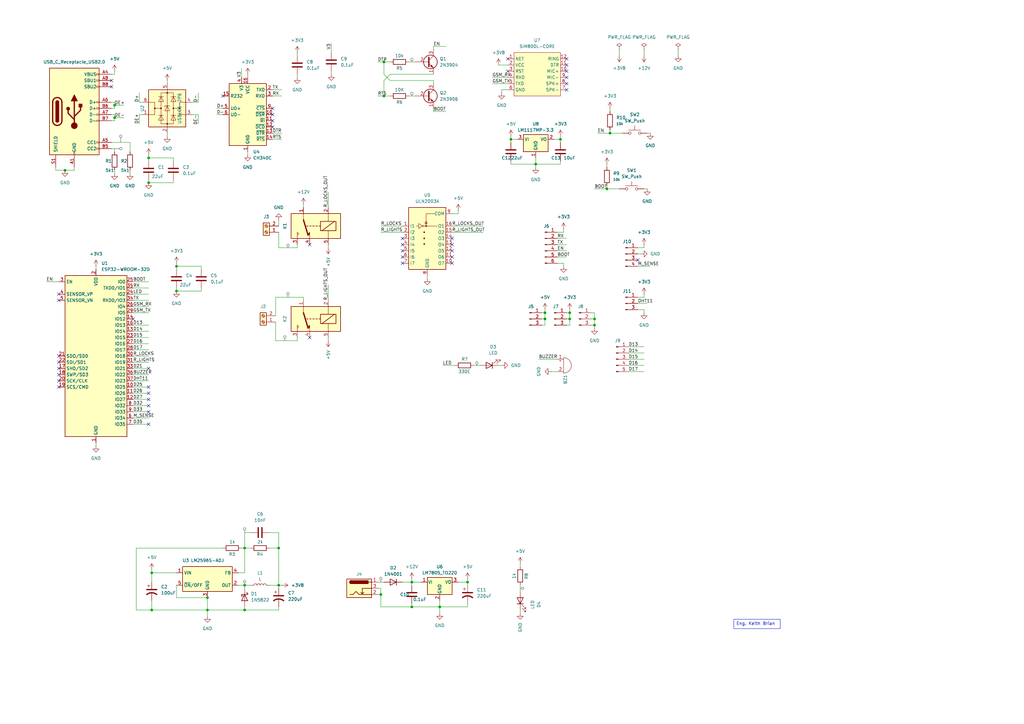
<source format=kicad_sch>
(kicad_sch (version 20230121) (generator eeschema)
  (paper "A3")
  (junction (at 180.34 248.92))
  (junction (at 156.21 243.84))
  (junction (at 85.09 250.19))
  (junction (at 46.99 43.18))
  (junction (at 223.52 130.81))
  (junction (at 100.33 240.03))
  (junction (at 26.67 69.85))
  (junction (at 168.91 248.92))
  (junction (at 157.48 39.37))
  (junction (at 229.87 57.15))
  (junction (at 60.96 64.77))
  (junction (at 250.19 54.61))
  (junction (at 157.48 25.4))
  (junction (at 85.09 245.11))
  (junction (at 100.33 224.79))
  (junction (at 223.52 128.27))
  (junction (at 62.23 234.95))
  (junction (at 72.39 109.22))
  (junction (at 233.68 128.27))
  (junction (at 114.3 240.03))
  (junction (at 168.91 238.76))
  (junction (at 209.55 57.15))
  (junction (at 248.92 77.47))
  (junction (at 114.3 224.79))
  (junction (at 72.39 119.38))
  (junction (at 233.68 130.81))
  (junction (at 219.71 67.31))
  (junction (at 46.99 48.26))
  (junction (at 62.23 250.19))
  (junction (at 60.96 74.93))
  (junction (at 100.33 250.19))
  (junction (at 191.77 238.76))
  (junction (at 243.84 130.81))
  (junction (at 243.84 133.35))
  (no_connect (at 60.96 163.83))
  (no_connect (at 165.1 105.41))
  (no_connect (at 24.13 148.59))
  (no_connect (at 185.42 102.87))
  (no_connect (at 60.96 173.99))
  (no_connect (at 24.13 146.05))
  (no_connect (at 111.76 44.45))
  (no_connect (at 111.76 46.99))
  (no_connect (at 60.96 161.29))
  (no_connect (at 208.28 24.13))
  (no_connect (at 165.1 102.87))
  (no_connect (at 45.72 35.56))
  (no_connect (at 111.76 49.53))
  (no_connect (at 232.41 34.29))
  (no_connect (at 185.42 105.41))
  (no_connect (at 127 138.43))
  (no_connect (at 232.41 36.83))
  (no_connect (at 185.42 97.79))
  (no_connect (at 111.76 52.07))
  (no_connect (at 24.13 156.21))
  (no_connect (at 60.96 166.37))
  (no_connect (at 127 100.33))
  (no_connect (at 24.13 158.75))
  (no_connect (at 60.96 168.91))
  (no_connect (at 165.1 107.95))
  (no_connect (at 45.72 33.02))
  (no_connect (at 24.13 151.13))
  (no_connect (at 232.41 26.67))
  (no_connect (at 24.13 123.19))
  (no_connect (at 24.13 153.67))
  (no_connect (at 24.13 120.65))
  (no_connect (at 60.96 158.75))
  (no_connect (at 232.41 24.13))
  (no_connect (at 54.61 130.81))
  (no_connect (at 185.42 107.95))
  (no_connect (at 232.41 31.75))
  (no_connect (at 91.44 39.37))
  (no_connect (at 185.42 100.33))
  (no_connect (at 60.96 151.13))
  (no_connect (at 165.1 100.33))
  (no_connect (at 165.1 97.79))
  (no_connect (at 232.41 29.21))
  (no_connect (at 261.62 106.68))
  (no_connect (at 208.28 29.21))
  (wire (pts (xy 204.47 149.86) (xy 205.74 149.86)))
  (wire (pts (xy 231.14 93.98) (xy 231.14 95.25)))
  (wire (pts (xy 72.39 118.11) (xy 72.39 119.38)))
  (wire (pts (xy 100.33 224.79) (xy 100.33 234.95)))
  (wire (pts (xy 181.61 149.86) (xy 186.69 149.86)))
  (wire (pts (xy 81.28 41.91) (xy 81.28 38.1)))
  (wire (pts (xy 72.39 107.95) (xy 72.39 109.22)))
  (wire (pts (xy 185.42 92.71) (xy 198.12 92.71)))
  (wire (pts (xy 54.61 140.97) (xy 60.96 140.97)))
  (wire (pts (xy 219.71 67.31) (xy 229.87 67.31)))
  (wire (pts (xy 231.14 107.95) (xy 231.14 109.22)))
  (wire (pts (xy 72.39 245.11) (xy 85.09 245.11)))
  (wire (pts (xy 222.25 133.35) (xy 223.52 133.35)))
  (wire (pts (xy 39.37 109.22) (xy 39.37 110.49)))
  (wire (pts (xy 194.31 149.86) (xy 196.85 149.86)))
  (wire (pts (xy 232.41 128.27) (xy 233.68 128.27)))
  (wire (pts (xy 121.92 100.33) (xy 121.92 101.6)))
  (wire (pts (xy 209.55 66.04) (xy 209.55 67.31)))
  (wire (pts (xy 177.8 45.72) (xy 182.88 45.72)))
  (wire (pts (xy 232.41 133.35) (xy 233.68 133.35)))
  (wire (pts (xy 156.21 95.25) (xy 165.1 95.25)))
  (wire (pts (xy 205.74 38.1) (xy 205.74 36.83)))
  (wire (pts (xy 201.93 31.75) (xy 208.28 31.75)))
  (wire (pts (xy 45.72 46.99) (xy 46.99 46.99)))
  (wire (pts (xy 102.87 218.44) (xy 100.33 218.44)))
  (wire (pts (xy 22.86 69.85) (xy 26.67 69.85)))
  (wire (pts (xy 191.77 237.49) (xy 191.77 238.76)))
  (wire (pts (xy 54.61 158.75) (xy 60.96 158.75)))
  (wire (pts (xy 88.9 44.45) (xy 91.44 44.45)))
  (wire (pts (xy 46.99 48.26) (xy 50.8 48.26)))
  (wire (pts (xy 201.93 34.29) (xy 208.28 34.29)))
  (wire (pts (xy 54.61 143.51) (xy 60.96 143.51)))
  (wire (pts (xy 45.72 44.45) (xy 46.99 44.45)))
  (wire (pts (xy 114.3 240.03) (xy 114.3 241.3)))
  (wire (pts (xy 19.05 115.57) (xy 24.13 115.57)))
  (wire (pts (xy 54.61 151.13) (xy 60.96 151.13)))
  (wire (pts (xy 180.34 248.92) (xy 180.34 251.46)))
  (wire (pts (xy 45.72 30.48) (xy 46.99 30.48)))
  (wire (pts (xy 46.99 29.21) (xy 46.99 30.48)))
  (wire (pts (xy 160.02 30.48) (xy 157.48 33.02)))
  (wire (pts (xy 243.84 77.47) (xy 248.92 77.47)))
  (wire (pts (xy 45.72 49.53) (xy 46.99 49.53)))
  (wire (pts (xy 72.39 240.03) (xy 72.39 245.11)))
  (wire (pts (xy 168.91 247.65) (xy 168.91 248.92)))
  (wire (pts (xy 53.34 58.42) (xy 53.34 62.23)))
  (wire (pts (xy 99.06 224.79) (xy 100.33 224.79)))
  (wire (pts (xy 227.33 57.15) (xy 229.87 57.15)))
  (wire (pts (xy 82.55 109.22) (xy 82.55 110.49)))
  (wire (pts (xy 97.79 234.95) (xy 100.33 234.95)))
  (wire (pts (xy 99.06 27.94) (xy 99.06 31.75)))
  (wire (pts (xy 71.12 64.77) (xy 71.12 66.04)))
  (wire (pts (xy 62.23 246.38) (xy 62.23 250.19)))
  (wire (pts (xy 85.09 245.11) (xy 85.09 250.19)))
  (wire (pts (xy 165.1 238.76) (xy 168.91 238.76)))
  (wire (pts (xy 54.61 120.65) (xy 60.96 120.65)))
  (wire (pts (xy 54.61 153.67) (xy 60.96 153.67)))
  (wire (pts (xy 232.41 130.81) (xy 233.68 130.81)))
  (wire (pts (xy 228.6 95.25) (xy 231.14 95.25)))
  (wire (pts (xy 228.6 152.4) (xy 226.06 152.4)))
  (wire (pts (xy 82.55 118.11) (xy 82.55 119.38)))
  (wire (pts (xy 213.36 250.19) (xy 213.36 251.46)))
  (wire (pts (xy 100.33 218.44) (xy 100.33 224.79)))
  (wire (pts (xy 187.96 86.36) (xy 187.96 87.63)))
  (wire (pts (xy 88.9 46.99) (xy 91.44 46.99)))
  (wire (pts (xy 228.6 102.87) (xy 232.41 102.87)))
  (wire (pts (xy 229.87 55.88) (xy 229.87 57.15)))
  (wire (pts (xy 229.87 66.04) (xy 229.87 67.31)))
  (wire (pts (xy 250.19 54.61) (xy 255.27 54.61)))
  (wire (pts (xy 134.62 139.7) (xy 134.62 138.43)))
  (wire (pts (xy 57.15 41.91) (xy 57.15 38.1)))
  (wire (pts (xy 68.58 33.02) (xy 68.58 34.29)))
  (wire (pts (xy 22.86 68.58) (xy 22.86 69.85)))
  (wire (pts (xy 135.89 29.21) (xy 135.89 30.48)))
  (wire (pts (xy 242.57 128.27) (xy 243.84 128.27)))
  (wire (pts (xy 114.3 218.44) (xy 114.3 224.79)))
  (wire (pts (xy 242.57 130.81) (xy 243.84 130.81)))
  (wire (pts (xy 168.91 238.76) (xy 168.91 240.03)))
  (wire (pts (xy 62.23 234.95) (xy 72.39 234.95)))
  (wire (pts (xy 60.96 64.77) (xy 71.12 64.77)))
  (wire (pts (xy 46.99 69.85) (xy 46.99 71.12)))
  (wire (pts (xy 222.25 130.81) (xy 223.52 130.81)))
  (wire (pts (xy 191.77 247.65) (xy 191.77 248.92)))
  (wire (pts (xy 156.21 92.71) (xy 165.1 92.71)))
  (wire (pts (xy 245.11 54.61) (xy 250.19 54.61)))
  (wire (pts (xy 187.96 238.76) (xy 191.77 238.76)))
  (wire (pts (xy 78.74 41.91) (xy 81.28 41.91)))
  (wire (pts (xy 157.48 25.4) (xy 160.02 25.4)))
  (wire (pts (xy 261.62 127) (xy 264.16 127)))
  (wire (pts (xy 264.16 77.47) (xy 265.43 77.47)))
  (wire (pts (xy 54.61 133.35) (xy 60.96 133.35)))
  (wire (pts (xy 100.33 224.79) (xy 102.87 224.79)))
  (wire (pts (xy 110.49 218.44) (xy 114.3 218.44)))
  (wire (pts (xy 154.94 241.3) (xy 156.21 241.3)))
  (wire (pts (xy 46.99 60.96) (xy 46.99 62.23)))
  (wire (pts (xy 154.94 25.4) (xy 157.48 25.4)))
  (wire (pts (xy 157.48 39.37) (xy 160.02 39.37)))
  (wire (pts (xy 243.84 133.35) (xy 243.84 134.62)))
  (wire (pts (xy 54.61 156.21) (xy 60.96 156.21)))
  (wire (pts (xy 180.34 246.38) (xy 180.34 248.92)))
  (wire (pts (xy 154.94 243.84) (xy 156.21 243.84)))
  (wire (pts (xy 175.26 113.03) (xy 175.26 114.3)))
  (wire (pts (xy 81.28 50.8) (xy 81.28 46.99)))
  (wire (pts (xy 222.25 128.27) (xy 223.52 128.27)))
  (wire (pts (xy 111.76 54.61) (xy 115.57 54.61)))
  (wire (pts (xy 114.3 240.03) (xy 115.57 240.03)))
  (wire (pts (xy 54.61 168.91) (xy 60.96 168.91)))
  (wire (pts (xy 60.96 63.5) (xy 60.96 64.77)))
  (wire (pts (xy 209.55 67.31) (xy 219.71 67.31)))
  (wire (pts (xy 114.3 248.92) (xy 114.3 250.19)))
  (wire (pts (xy 257.81 147.32) (xy 264.16 147.32)))
  (wire (pts (xy 114.3 250.19) (xy 100.33 250.19)))
  (wire (pts (xy 157.48 33.02) (xy 157.48 39.37)))
  (wire (pts (xy 264.16 120.65) (xy 264.16 121.92)))
  (wire (pts (xy 233.68 128.27) (xy 233.68 130.81)))
  (wire (pts (xy 113.03 139.7) (xy 121.92 139.7)))
  (wire (pts (xy 223.52 130.81) (xy 223.52 133.35)))
  (wire (pts (xy 243.84 128.27) (xy 243.84 130.81)))
  (wire (pts (xy 228.6 105.41) (xy 232.41 105.41)))
  (wire (pts (xy 213.36 231.14) (xy 213.36 232.41)))
  (wire (pts (xy 261.62 104.14) (xy 262.89 104.14)))
  (wire (pts (xy 85.09 250.19) (xy 100.33 250.19)))
  (wire (pts (xy 97.79 240.03) (xy 100.33 240.03)))
  (wire (pts (xy 100.33 240.03) (xy 100.33 241.3)))
  (wire (pts (xy 134.62 78.74) (xy 134.62 85.09)))
  (wire (pts (xy 261.62 124.46) (xy 265.43 124.46)))
  (wire (pts (xy 257.81 152.4) (xy 264.16 152.4)))
  (wire (pts (xy 228.6 97.79) (xy 232.41 97.79)))
  (wire (pts (xy 71.12 73.66) (xy 71.12 74.93)))
  (wire (pts (xy 114.3 90.17) (xy 114.3 92.71)))
  (wire (pts (xy 101.6 30.48) (xy 101.6 31.75)))
  (wire (pts (xy 177.8 33.02) (xy 177.8 34.29)))
  (wire (pts (xy 257.81 149.86) (xy 264.16 149.86)))
  (wire (pts (xy 167.64 25.4) (xy 170.18 25.4)))
  (wire (pts (xy 168.91 248.92) (xy 180.34 248.92)))
  (wire (pts (xy 54.61 138.43) (xy 60.96 138.43)))
  (wire (pts (xy 177.8 19.05) (xy 177.8 20.32)))
  (wire (pts (xy 250.19 44.45) (xy 250.19 45.72)))
  (wire (pts (xy 228.6 100.33) (xy 232.41 100.33)))
  (wire (pts (xy 46.99 48.26) (xy 46.99 49.53)))
  (wire (pts (xy 257.81 142.24) (xy 264.16 142.24)))
  (wire (pts (xy 233.68 133.35) (xy 233.68 130.81)))
  (wire (pts (xy 134.62 101.6) (xy 134.62 100.33)))
  (wire (pts (xy 180.34 248.92) (xy 191.77 248.92)))
  (wire (pts (xy 185.42 87.63) (xy 187.96 87.63)))
  (wire (pts (xy 114.3 224.79) (xy 114.3 240.03)))
  (wire (pts (xy 54.61 171.45) (xy 60.96 171.45)))
  (wire (pts (xy 54.61 123.19) (xy 60.96 123.19)))
  (wire (pts (xy 114.3 95.25) (xy 114.3 101.6)))
  (wire (pts (xy 233.68 127) (xy 233.68 128.27)))
  (wire (pts (xy 261.62 109.22) (xy 266.7 109.22)))
  (wire (pts (xy 58.42 46.99) (xy 57.15 46.99)))
  (wire (pts (xy 91.44 224.79) (xy 55.88 224.79)))
  (wire (pts (xy 219.71 67.31) (xy 219.71 64.77)))
  (wire (pts (xy 219.71 67.31) (xy 219.71 68.58)))
  (wire (pts (xy 54.61 173.99) (xy 60.96 173.99)))
  (wire (pts (xy 78.74 46.99) (xy 81.28 46.99)))
  (wire (pts (xy 60.96 73.66) (xy 60.96 74.93)))
  (wire (pts (xy 30.48 68.58) (xy 30.48 69.85)))
  (wire (pts (xy 72.39 109.22) (xy 72.39 110.49)))
  (wire (pts (xy 62.23 250.19) (xy 85.09 250.19)))
  (wire (pts (xy 121.92 30.48) (xy 121.92 31.75)))
  (wire (pts (xy 212.09 57.15) (xy 209.55 57.15)))
  (wire (pts (xy 134.62 116.84) (xy 134.62 123.19)))
  (wire (pts (xy 261.62 101.6) (xy 264.16 101.6)))
  (wire (pts (xy 110.49 224.79) (xy 114.3 224.79)))
  (wire (pts (xy 248.92 76.2) (xy 248.92 77.47)))
  (wire (pts (xy 191.77 238.76) (xy 191.77 240.03)))
  (wire (pts (xy 100.33 240.03) (xy 102.87 240.03)))
  (wire (pts (xy 254 20.32) (xy 254 22.86)))
  (wire (pts (xy 111.76 57.15) (xy 115.57 57.15)))
  (wire (pts (xy 121.92 21.59) (xy 121.92 22.86)))
  (wire (pts (xy 45.72 60.96) (xy 46.99 60.96)))
  (wire (pts (xy 85.09 250.19) (xy 85.09 252.73)))
  (wire (pts (xy 46.99 43.18) (xy 50.8 43.18)))
  (wire (pts (xy 54.61 125.73) (xy 60.96 125.73)))
  (wire (pts (xy 177.8 44.45) (xy 177.8 45.72)))
  (wire (pts (xy 101.6 62.23) (xy 101.6 63.5)))
  (wire (pts (xy 57.15 50.8) (xy 57.15 46.99)))
  (wire (pts (xy 111.76 36.83) (xy 115.57 36.83)))
  (wire (pts (xy 213.36 240.03) (xy 213.36 242.57)))
  (wire (pts (xy 250.19 53.34) (xy 250.19 54.61)))
  (wire (pts (xy 110.49 240.03) (xy 114.3 240.03)))
  (wire (pts (xy 58.42 41.91) (xy 57.15 41.91)))
  (wire (pts (xy 167.64 39.37) (xy 170.18 39.37)))
  (wire (pts (xy 46.99 43.18) (xy 46.99 44.45)))
  (wire (pts (xy 60.96 64.77) (xy 60.96 66.04)))
  (wire (pts (xy 223.52 128.27) (xy 223.52 130.81)))
  (wire (pts (xy 54.61 128.27) (xy 60.96 128.27)))
  (wire (pts (xy 54.61 118.11) (xy 60.96 118.11)))
  (wire (pts (xy 111.76 39.37) (xy 115.57 39.37)))
  (wire (pts (xy 160.02 33.02) (xy 157.48 30.48)))
  (wire (pts (xy 45.72 58.42) (xy 53.34 58.42)))
  (wire (pts (xy 113.03 132.08) (xy 113.03 139.7)))
  (wire (pts (xy 113.03 121.92) (xy 124.46 121.92)))
  (wire (pts (xy 278.13 20.32) (xy 278.13 22.86)))
  (wire (pts (xy 135.89 17.78) (xy 135.89 21.59)))
  (wire (pts (xy 124.46 83.82) (xy 124.46 85.09)))
  (wire (pts (xy 168.91 238.76) (xy 172.72 238.76)))
  (wire (pts (xy 154.94 238.76) (xy 157.48 238.76)))
  (wire (pts (xy 54.61 146.05) (xy 60.96 146.05)))
  (wire (pts (xy 157.48 25.4) (xy 157.48 30.48)))
  (wire (pts (xy 54.61 135.89) (xy 60.96 135.89)))
  (wire (pts (xy 114.3 101.6) (xy 121.92 101.6)))
  (wire (pts (xy 168.91 248.92) (xy 156.21 248.92)))
  (wire (pts (xy 46.99 46.99) (xy 46.99 48.26)))
  (wire (pts (xy 205.74 36.83) (xy 208.28 36.83)))
  (wire (pts (xy 223.52 127) (xy 223.52 128.27)))
  (wire (pts (xy 62.23 233.68) (xy 62.23 234.95)))
  (wire (pts (xy 72.39 109.22) (xy 82.55 109.22)))
  (wire (pts (xy 72.39 119.38) (xy 82.55 119.38)))
  (wire (pts (xy 228.6 147.32) (xy 220.98 147.32)))
  (wire (pts (xy 265.43 54.61) (xy 266.7 54.61)))
  (wire (pts (xy 204.47 26.67) (xy 208.28 26.67)))
  (wire (pts (xy 209.55 57.15) (xy 209.55 58.42)))
  (wire (pts (xy 55.88 250.19) (xy 62.23 250.19)))
  (wire (pts (xy 55.88 224.79) (xy 55.88 250.19)))
  (wire (pts (xy 168.91 237.49) (xy 168.91 238.76)))
  (wire (pts (xy 54.61 163.83) (xy 60.96 163.83)))
  (wire (pts (xy 248.92 67.31) (xy 248.92 68.58)))
  (wire (pts (xy 177.8 33.02) (xy 160.02 33.02)))
  (wire (pts (xy 257.81 144.78) (xy 264.16 144.78)))
  (wire (pts (xy 209.55 55.88) (xy 209.55 57.15)))
  (wire (pts (xy 62.23 238.76) (xy 62.23 234.95)))
  (wire (pts (xy 177.8 30.48) (xy 160.02 30.48)))
  (wire (pts (xy 154.94 39.37) (xy 157.48 39.37)))
  (wire (pts (xy 54.61 115.57) (xy 60.96 115.57)))
  (wire (pts (xy 54.61 161.29) (xy 60.96 161.29)))
  (wire (pts (xy 53.34 69.85) (xy 53.34 71.12)))
  (wire (pts (xy 100.33 250.19) (xy 100.33 248.92)))
  (wire (pts (xy 156.21 241.3) (xy 156.21 243.84)))
  (wire (pts (xy 229.87 57.15) (xy 229.87 58.42)))
  (wire (pts (xy 264.16 100.33) (xy 264.16 101.6)))
  (wire (pts (xy 242.57 133.35) (xy 243.84 133.35)))
  (wire (pts (xy 121.92 139.7) (xy 121.92 138.43)))
  (wire (pts (xy 185.42 95.25) (xy 198.12 95.25)))
  (wire (pts (xy 113.03 129.54) (xy 113.03 121.92)))
  (wire (pts (xy 60.96 74.93) (xy 71.12 74.93)))
  (wire (pts (xy 68.58 54.61) (xy 68.58 55.88)))
  (wire (pts (xy 177.8 19.05) (xy 182.88 19.05)))
  (wire (pts (xy 156.21 248.92) (xy 156.21 243.84)))
  (wire (pts (xy 248.92 77.47) (xy 254 77.47)))
  (wire (pts (xy 46.99 41.91) (xy 46.99 43.18)))
  (wire (pts (xy 39.37 181.61) (xy 39.37 182.88)))
  (wire (pts (xy 54.61 148.59) (xy 60.96 148.59)))
  (wire (pts (xy 264.16 127) (xy 264.16 128.27)))
  (wire (pts (xy 54.61 166.37) (xy 60.96 166.37)))
  (wire (pts (xy 45.72 41.91) (xy 46.99 41.91)))
  (wire (pts (xy 243.84 130.81) (xy 243.84 133.35)))
  (wire (pts (xy 264.16 20.32) (xy 264.16 22.86)))
  (wire (pts (xy 261.62 121.92) (xy 264.16 121.92)))
  (wire (pts (xy 228.6 107.95) (xy 231.14 107.95)))
  (wire (pts (xy 30.48 69.85) (xy 26.67 69.85)))
  (wire (pts (xy 124.46 121.92) (xy 124.46 123.19)))
  (text_box "Eng. Keith Brian\n" (at 300.99 254 0) (size 19.05 3.81) (effects (font (size 1.27 1.27)) (justify left top)))
  (label "DE-" (at 81.28 46.99 270))
  (label "DE+" (at 57.15 50.8 90))
  (label "M_SENSE" (at 261.62 109.22 0))
  (label "DHT11" (at 261.62 124.46 0))
  (label "D-" (at 88.9 46.99 0))
  (label "R_LIGHTS_OUT" (at 185.42 95.25 0))
  (label "D14" (at 54.61 135.89 0))
  (label "R_LOCKS" (at 54.61 146.05 0))
  (label "D33" (at 54.61 168.91 0))
  (label "DE-" (at 46.99 48.26 0))
  (label "TX" (at 228.6 100.33 0))
  (label "DE+" (at 46.99 43.18 0))
  (label "GSM_TX" (at 201.93 34.29 0))
  (label "TX" (at 54.61 123.19 0))
  (label "GSM_RX" (at 201.93 31.75 0))
  (label "D-" (at 81.28 41.91 90))
  (label "TX" (at 111.76 36.83 0))
  (label "BUZZER" (at 54.61 153.67 0))
  (label "R_LIGHTS" (at 156.21 95.25 0))
  (label "D21" (at 54.61 151.13 0))
  (label "M_SENSE" (at 54.61 171.45 0))
  (label "RTS" (at 111.76 57.15 0))
  (label "D26" (at 54.61 161.29 0))
  (label "D35" (at 54.61 173.99 0))
  (label "D16" (at 257.81 149.86 0))
  (label "BOOT" (at 228.6 105.41 0))
  (label "GSM_TX" (at 54.61 128.27 0))
  (label "LED" (at 181.61 149.86 0))
  (label "D13" (at 257.81 142.24 0))
  (label "EN" (at 228.6 102.87 0))
  (label "D14" (at 257.81 144.78 0))
  (label "BOOT" (at 177.8 45.72 0))
  (label "EN" (at 177.8 19.05 0))
  (label "DTR" (at 111.76 54.61 0))
  (label "D15" (at 257.81 147.32 0))
  (label "BOOT" (at 54.61 115.57 0))
  (label "GSM_RX" (at 54.61 125.73 0))
  (label "R_LIGHTS" (at 54.61 148.59 0))
  (label "D17" (at 257.81 152.4 0))
  (label "D17" (at 54.61 143.51 0))
  (label "V3" (at 99.06 31.75 90))
  (label "EN" (at 19.05 115.57 0))
  (label "DHT11" (at 54.61 156.21 0))
  (label "D+" (at 88.9 44.45 0))
  (label "R_LOCKS_OUT" (at 134.62 85.09 90))
  (label "D16" (at 54.61 140.97 0))
  (label "D27" (at 54.61 163.83 0))
  (label "LED" (at 54.61 120.65 0))
  (label "DTR" (at 154.94 25.4 0))
  (label "RX" (at 54.61 118.11 0))
  (label "RTS" (at 154.94 39.37 0))
  (label "RX" (at 228.6 97.79 0))
  (label "RX" (at 111.76 39.37 0))
  (label "D13" (at 54.61 133.35 0))
  (label "EN" (at 245.11 54.61 0))
  (label "BOOT" (at 243.84 77.47 0))
  (label "V3" (at 135.89 20.32 90))
  (label "D15" (at 54.61 138.43 0))
  (label "D25" (at 54.61 158.75 0))
  (label "D+" (at 57.15 41.91 90))
  (label "R_LOCKS" (at 156.21 92.71 0))
  (label "R_LIGHTS_OUT" (at 134.62 123.19 90))
  (label "D32" (at 54.61 166.37 0))
  (label "BUZZER" (at 220.98 147.32 0))
  (label "R_LOCKS_OUT" (at 185.42 92.71 0))
  (netclass_flag "" (length 1) (shape round) (at 213.36 241.3 270) (property "Netclass" "signal" (effects hide)))
  (netclass_flag "" (length 1.5) (shape round) (at 156.21 238.76 0) (property "Netclass" "power" (effects hide)))
  (netclass_flag "" (length 1.5) (shape round) (at 116.84 139.7 0) (property "Netclass" "power" (effects hide)))
  (netclass_flag "" (length 2.54) (shape round) (at 49.53 58.42 0) (property "Netclass" "signal" (effects hide)))
  (netclass_flag "" (length 1) (shape round) (at 168.91 25.4 0) (property "Netclass" "signal" (effects hide)))
  (netclass_flag "" (length 2.54) (shape round) (at 46.99 60.96 270) (property "Netclass" "signal" (effects hide)))
  (netclass_flag "" (length 1.5) (shape round) (at 100.33 240.03 0) (property "Netclass" "power" (effects hide)))
  (netclass_flag "" (length 1) (shape round) (at 168.91 39.37 0) (property "Netclass" "signal" (effects hide)))
  (netclass_flag "" (length 1.5) (shape round) (at 100.33 218.44 0) (property "Netclass" "power" (effects hide)))
  (netclass_flag "" (length 1.5) (shape round) (at 118.11 121.92 0) (property "Netclass" "power" (effects hide)))
  (netclass_flag "" (length 1) (shape round) (at 118.11 101.6 0) (property "Netclass" "signal" (effects hide)))
  (netclass_flag "" (length 1) (shape round) (at 195.58 149.86 0) (property "Netclass" "signal" (effects hide)))
  (symbol (lib_id "power:+5V") (at 191.77 237.49 0) (unit 1)
    (property "Reference" "#PWR029" (effects hide))
    (property "Value" "+5V" (at 191.77 232.41 0))
  )
  (symbol (lib_id "power:+5V") (at 68.58 33.02 0) (unit 1)
    (property "Reference" "#PWR010" (effects hide))
    (property "Value" "+5V" (at 68.58 27.94 0))
  )
  (symbol (lib_id "power:+3V8") (at 204.47 26.67 0) (unit 1)
    (property "Reference" "#PWR030" (effects hide))
    (property "Value" "+3V8" (at 204.47 21.59 0))
  )
  (symbol (lib_id "Device:C") (at 209.55 62.23 0) (unit 1)
    (property "Reference" "C12" (at 205.74 64.77 0) (effects (justify left)))
    (property "Value" "22uF" (at 209.55 64.77 0) (effects (justify left)))
    (property "Footprint" "Capacitor_SMD:C_0805_2012Metric_Pad1.18x1.45mm_HandSolder" (effects hide))
  )
  (symbol (lib_id "power:GND") (at 180.34 251.46 0) (unit 1)
    (property "Reference" "#PWR027" (effects hide))
    (property "Value" "GND" (at 180.34 256.54 0))
  )
  (symbol (lib_id "Transistor_BJT:2N3904") (at 175.26 25.4 0) (unit 1)
    (property "Reference" "Q1" (at 180.34 24.13 0) (effects (justify left)))
    (property "Value" "2N3904" (at 180.34 26.67 0) (effects (justify left)))
    (property "Footprint" "Package_TO_SOT_SMD:SOT-23" (effects hide))
    (property "Datasheet" "https://www.onsemi.com/pub/Collateral/2N3903-D.PDF" (effects hide))
  )
  (symbol (lib_id "power:PWR_FLAG") (at 278.13 20.32 0) (unit 1)
    (property "Reference" "#FLG03" (effects hide))
    (property "Value" "PWR_FLAG" (at 278.13 15.24 0))
  )
  (symbol (lib_id "power:+3V8") (at 254 22.86 180) (unit 1)
    (property "Reference" "#PWR046" (effects hide))
    (property "Value" "+3V8" (at 254 27.94 0))
  )
  (symbol (lib_id "power:GND") (at 213.36 251.46 0) (unit 1)
    (property "Reference" "#PWR035" (effects hide))
    (property "Value" "GND" (at 213.36 255.27 90) (effects (justify right)))
  )
  (symbol (lib_id "Connector:USB_C_Receptacle_USB2.0") (at 30.48 45.72 0) (unit 1)
    (property "Reference" "J1" (effects hide))
    (property "Value" "USB_C_Receptacle_USB2.0" (at 30.48 25.4 0))
    (property "Footprint" "Connector_USB:USB_C_Receptacle_GCT_USB4105-xx-A_16P_TopMnt_Horizontal" (effects hide))
    (property "Datasheet" "https://www.usb.org/sites/default/files/documents/usb_type-c.zip" (effects hide))
  )
  (symbol (lib_id "Device:R") (at 213.36 236.22 180) (unit 1)
    (property "Reference" "R8" (at 215.9 234.95 90) (effects (justify left)))
    (property "Value" "1k" (at 210.82 234.95 90) (effects (justify left)))
    (property "Footprint" "Resistor_SMD:R_0805_2012Metric_Pad1.20x1.40mm_HandSolder" (effects hide))
  )
  (symbol (lib_id "power:+3V3") (at 121.92 21.59 0) (unit 1)
    (property "Reference" "#PWR019" (effects hide))
    (property "Value" "+3V3" (at 121.92 16.51 0))
  )
  (symbol (lib_id "power:GND") (at 39.37 182.88 0) (unit 1)
    (property "Reference" "#PWR03" (effects hide))
    (property "Value" "GND" (at 39.37 187.96 0))
  )
  (symbol (lib_id "power:GND") (at 205.74 149.86 90) (unit 1)
    (property "Reference" "#PWR032" (effects hide))
    (property "Value" "GND" (at 209.55 149.86 90) (effects (justify right)))
  )
  (symbol (lib_id "power:GND") (at 278.13 22.86 0) (unit 1)
    (property "Reference" "#PWR054" (effects hide))
    (property "Value" "GND" (at 278.13 27.94 0))
  )
  (symbol (lib_id "power:PWR_FLAG") (at 264.16 20.32 0) (unit 1)
    (property "Reference" "#FLG02" (effects hide))
    (property "Value" "PWR_FLAG" (at 264.16 15.24 0))
  )
  (symbol (lib_id "Device:C") (at 82.55 114.3 0) (unit 1)
    (property "Reference" "C5" (at 86.36 113.03 0) (effects (justify left)))
    (property "Value" "0.1uF" (at 86.36 115.57 0) (effects (justify left)))
    (property "Footprint" "Capacitor_SMD:C_0805_2012Metric_Pad1.18x1.45mm_HandSolder" (effects hide))
  )
  (symbol (lib_id "Device:C_Polarized_US") (at 191.77 243.84 0) (unit 1)
    (property "Reference" "C11" (at 195.58 241.935 0) (effects (justify left)))
    (property "Value" "220uF" (at 195.58 244.475 0) (effects (justify left)))
    (property "Footprint" "Capacitor_THT:CP_Radial_D8.0mm_P3.50mm" (effects hide))
  )
  (symbol (lib_id "power:PWR_FLAG") (at 254 20.32 0) (unit 1)
    (property "Reference" "#FLG01" (effects hide))
    (property "Value" "PWR_FLAG" (at 254 15.24 0))
  )
  (symbol (lib_id "Device:R") (at 163.83 39.37 270) (unit 1)
    (property "Reference" "R6" (at 163.83 41.91 90))
    (property "Value" "10K" (at 163.83 36.83 90))
    (property "Footprint" "Resistor_SMD:R_0805_2012Metric_Pad1.20x1.40mm_HandSolder" (effects hide))
  )
  (symbol (lib_id "power:GND") (at 46.99 71.12 0) (unit 1)
    (property "Reference" "#PWR05" (effects hide))
    (property "Value" "GND" (at 46.99 76.2 0))
  )
  (symbol (lib_id "Device:C_Polarized_US") (at 62.23 242.57 0) (unit 1)
    (property "Reference" "C2" (at 66.04 240.665 0) (effects (justify left)))
    (property "Value" "100uF" (at 66.04 243.205 0) (effects (justify left)))
    (property "Footprint" "Capacitor_SMD:CP_Elec_4x3.9" (effects hide))
  )
  (symbol (lib_id "Connector:Barrel_Jack_Switch") (at 147.32 241.3 0) (unit 1)
    (property "Reference" "J4" (at 147.32 235.458 0))
    (property "Value" "Barrel_Jack_Switch" (effects hide))
    (property "Footprint" "Connector_BarrelJack:BarrelJack_Horizontal" (effects hide))
  )
  (symbol (lib_id "Connector:Screw_Terminal_01x02") (at 107.95 132.08 180) (unit 1)
    (property "Reference" "J2" (at 107.95 125.73 0))
    (property "Value" "Screw_Terminal_01x02" (effects hide))
    (property "Footprint" "TerminalBlock:TerminalBlock_bornier-2_P5.08mm" (effects hide))
  )
  (symbol (lib_id "power:GND") (at 101.6 63.5 0) (unit 1)
    (property "Reference" "#PWR016" (effects hide))
    (property "Value" "GND" (at 101.6 68.58 0))
  )
  (symbol (lib_id "power:+3V3") (at 101.6 30.48 0) (unit 1)
    (property "Reference" "#PWR015" (effects hide))
    (property "Value" "+3V3" (at 101.6 25.4 0))
  )
  (symbol (lib_id "Regulator_Linear:LM1117MP-3.3") (at 219.71 57.15 0) (unit 1)
    (property "Reference" "U8" (at 219.71 50.8 0))
    (property "Value" "LM1117MP-3.3" (at 219.71 53.34 0))
    (property "Footprint" "Package_TO_SOT_SMD:SOT-223-3_TabPin2" (effects hide))
    (property "Datasheet" "http://www.ti.com/lit/ds/symlink/lm1117.pdf" (effects hide))
  )
  (symbol (lib_id "Device:R") (at 95.25 224.79 90) (unit 1)
    (property "Reference" "R3" (at 96.52 227.33 90) (effects (justify left)))
    (property "Value" "1k" (at 96.52 222.25 90) (effects (justify left)))
    (property "Footprint" "Resistor_SMD:R_0805_2012Metric_Pad1.20x1.40mm_HandSolder" (effects hide))
  )
  (symbol (lib_id "Device:C") (at 229.87 62.23 0) (unit 1)
    (property "Reference" "C13" (at 226.06 64.77 0) (effects (justify left)))
    (property "Value" "10uF" (at 231.14 64.77 0) (effects (justify left)))
    (property "Footprint" "Capacitor_SMD:C_0805_2012Metric_Pad1.18x1.45mm_HandSolder" (effects hide))
  )
  (symbol (lib_id "power:GND") (at 231.14 109.22 0) (unit 1)
    (property "Reference" "#PWR041" (effects hide))
    (property "Value" "GND" (at 231.14 114.3 0))
  )
  (symbol (lib_id "power:GND") (at 262.89 104.14 90) (unit 1)
    (property "Reference" "#PWR047" (effects hide))
    (property "Value" "GND" (at 266.7 104.14 90) (effects (justify right)))
  )
  (symbol (lib_id "Device:C") (at 60.96 69.85 0) (unit 1)
    (property "Reference" "C1" (at 64.77 68.58 0) (effects (justify left)))
    (property "Value" "22uF" (at 62.23 72.39 0) (effects (justify left)))
    (property "Footprint" "Capacitor_SMD:C_0805_2012Metric_Pad1.18x1.45mm_HandSolder" (effects hide))
  )
  (symbol (lib_id "power:GND") (at 243.84 134.62 0) (unit 1)
    (property "Reference" "#PWR043" (effects hide))
    (property "Value" "GND" (at 243.84 139.7 0))
  )
  (symbol (lib_id "Device:R") (at 163.83 25.4 270) (unit 1)
    (property "Reference" "R5" (at 163.83 27.94 90))
    (property "Value" "10k" (at 163.83 22.86 90))
    (property "Footprint" "Resistor_SMD:R_0805_2012Metric_Pad1.20x1.40mm_HandSolder" (effects hide))
  )
  (symbol (lib_id "power:GND") (at 121.92 31.75 0) (unit 1)
    (property "Reference" "#PWR020" (effects hide))
    (property "Value" "GND" (at 121.92 36.83 0))
  )
  (symbol (lib_id "power:+5V") (at 134.62 101.6 180) (unit 1)
    (property "Reference" "#PWR022" (effects hide))
    (property "Value" "+5V" (at 134.62 105.41 90) (effects (justify left)))
  )
  (symbol (lib_id "power:+3V3") (at 72.39 107.95 0) (unit 1)
    (property "Reference" "#PWR012" (effects hide))
    (property "Value" "+3V3" (at 72.39 102.87 0))
  )
  (symbol (lib_id "power:+3V8") (at 115.57 240.03 270) (unit 1)
    (property "Reference" "#PWR018" (effects hide))
    (property "Value" "+3V8" (at 119.38 240.03 90) (effects (justify left)))
  )
  (symbol (lib_id "Device:C_Polarized_US") (at 114.3 245.11 0) (unit 1)
    (property "Reference" "C7" (at 118.11 243.205 0) (effects (justify left)))
    (property "Value" "220uF" (at 118.11 245.745 0) (effects (justify left)))
    (property "Footprint" "Capacitor_SMD:CP_Elec_5x5.3" (effects hide))
  )
  (symbol (lib_id "Device:L") (at 106.68 240.03 90) (unit 1)
    (property "Reference" "L1" (at 106.68 234.95 90))
    (property "Value" "L" (at 106.68 237.49 90))
    (property "Footprint" "Inductor_SMD:L_Bourns_SRR1260" (effects hide))
  )
  (symbol (lib_id "power:GND") (at 219.71 68.58 0) (unit 1)
    (property "Reference" "#PWR036" (effects hide))
    (property "Value" "GND" (at 219.71 73.66 0))
  )
  (symbol (lib_id "power:+5V") (at 209.55 55.88 0) (unit 1)
    (property "Reference" "#PWR033" (effects hide))
    (property "Value" "+5V" (at 209.55 50.8 0))
  )
  (symbol (lib_id "power:+5V") (at 62.23 233.68 0) (unit 1)
    (property "Reference" "#PWR09" (effects hide))
    (property "Value" "+5V" (at 62.23 228.6 0))
  )
  (symbol (lib_id "Connector:Conn_01x05_Pin") (at 252.73 147.32 0) (unit 1)
    (property "Reference" "J9" (at 253.365 139.7 0))
    (property "Value" "Conn_01x05_Pin" (effects hide))
    (property "Footprint" "Connector_PinHeader_2.54mm:PinHeader_1x05_P2.54mm_Vertical" (effects hide))
  )
  (symbol (lib_id "power:GND") (at 26.67 69.85 0) (unit 1)
    (property "Reference" "#PWR01" (effects hide))
    (property "Value" "GND" (at 26.67 74.93 0))
  )
  (symbol (lib_id "Device:LED") (at 200.66 149.86 180) (unit 1)
    (property "Reference" "D3" (at 202.2475 142.24 0))
    (property "Value" "LED" (at 202.2475 144.78 0))
    (property "Footprint" "LED_SMD:LED_0805_2012Metric_Pad1.15x1.40mm_HandSolder" (effects hide))
  )
  (symbol (lib_id "power:GND") (at 266.7 54.61 0) (unit 1)
    (property "Reference" "#PWR053" (effects hide))
    (property "Value" "GND" (at 266.7 59.69 0))
  )
  (symbol (lib_id "Connector:Conn_01x06_Pin") (at 223.52 100.33 0) (unit 1)
    (property "Reference" "J6" (at 224.155 92.71 0))
    (property "Value" "Conn_01x06_Pin" (effects hide))
    (property "Footprint" "Connector_PinHeader_2.54mm:PinHeader_1x06_P2.54mm_Vertical" (effects hide))
  )
  (symbol (lib_id "power:GND") (at 265.43 77.47 0) (unit 1)
    (property "Reference" "#PWR052" (effects hide))
    (property "Value" "GND" (at 265.43 82.55 0))
  )
  (symbol (lib_id "power:+5V") (at 213.36 231.14 0) (unit 1)
    (property "Reference" "#PWR034" (effects hide))
    (property "Value" "+5V" (at 213.36 226.06 0))
  )
  (symbol (lib_id "power:GND") (at 60.96 74.93 0) (unit 1)
    (property "Reference" "#PWR08" (effects hide))
    (property "Value" "GND" (at 60.96 80.01 0))
  )
  (symbol (lib_id "Connector:Screw_Terminal_01x02") (at 109.22 95.25 180) (unit 1)
    (property "Reference" "J3" (at 109.22 88.9 0))
    (property "Value" "Screw_Terminal_01x02" (effects hide))
    (property "Footprint" "TerminalBlock:TerminalBlock_bornier-2_P5.08mm" (effects hide))
  )
  (symbol (lib_id "Device:R") (at 46.99 66.04 0) (unit 1)
    (property "Reference" "R1" (at 43.18 66.04 0) (effects (justify left)))
    (property "Value" "5k1" (at 43.18 69.85 0) (effects (justify left)))
    (property "Footprint" "Resistor_SMD:R_0805_2012Metric_Pad1.20x1.40mm_HandSolder" (effects hide))
  )
  (symbol (lib_id "Device:R") (at 190.5 149.86 270) (unit 1)
    (property "Reference" "R7" (at 189.23 147.32 90) (effects (justify left)))
    (property "Value" "330E" (at 187.96 152.4 90) (effects (justify left)))
    (property "Footprint" "Resistor_SMD:R_0805_2012Metric_Pad1.20x1.40mm_HandSolder" (effects hide))
  )
  (symbol (lib_id "Device:LED") (at 213.36 246.38 90) (unit 1)
    (property "Reference" "D4" (at 220.98 247.9675 0))
    (property "Value" "LED" (at 218.44 247.9675 0))
    (property "Footprint" "LED_SMD:LED_0805_2012Metric_Pad1.15x1.40mm_HandSolder" (effects hide))
  )
  (symbol (lib_id "Device:C") (at 106.68 218.44 270) (unit 1)
    (property "Reference" "C6" (at 106.68 210.82 90))
    (property "Value" "10nF" (at 106.68 213.36 90))
    (property "Footprint" "Capacitor_SMD:C_0805_2012Metric_Pad1.18x1.45mm_HandSolder" (effects hide))
  )
  (symbol (lib_id "Connector:Conn_01x03_Pin") (at 217.17 130.81 0) (unit 1)
    (property "Reference" "J5" (at 217.805 125.73 0))
    (property "Value" "Conn_01x03_Pin" (effects hide))
    (property "Footprint" "Connector_PinHeader_2.54mm:PinHeader_1x03_P2.54mm_Vertical" (effects hide))
  )
  (symbol (lib_id "Connector:Conn_01x03_Pin") (at 256.54 124.46 0) (unit 1)
    (property "Reference" "J11" (at 257.175 119.38 0))
    (property "Value" "Conn_01x03_Pin" (effects hide))
    (property "Footprint" "Connector_JST:JST_XH_B3B-XH-AM_1x03_P2.50mm_Vertical" (effects hide))
  )
  (symbol (lib_id "sim800l-core:SIM800L-CORE") (at 219.71 29.21 0) (unit 1)
    (property "Reference" "U7" (at 220.345 16.51 0))
    (property "Value" "SIM800L-CORE" (at 220.345 19.05 0))
    (property "Footprint" "sim800l_core:SIM800L-CORE" (effects hide))
  )
  (symbol (lib_id "power:GND") (at 226.06 152.4 270) (unit 1)
    (property "Reference" "#PWR038" (effects hide))
    (property "Value" "GND" (at 220.98 152.4 0))
  )
  (symbol (lib_id "power:+5V") (at 46.99 29.21 0) (unit 1)
    (property "Reference" "#PWR04" (effects hide))
    (property "Value" "+5V" (at 46.99 24.13 0))
  )
  (symbol (lib_id "Diode:1N5822") (at 100.33 245.11 270) (unit 1)
    (property "Reference" "D1" (at 102.87 243.5225 90) (effects (justify left)))
    (property "Value" "1N5822" (at 102.87 246.0625 90) (effects (justify left)))
    (property "Footprint" "Diode_SMD:D_0805_2012Metric_Pad1.15x1.40mm_HandSolder" (effects hide))
    (property "Datasheet" "http://www.vishay.com/docs/88526/1n5820.pdf" (effects hide))
  )
  (symbol (lib_id "power:+3V3") (at 264.16 100.33 0) (unit 1)
    (property "Reference" "#PWR049" (effects hide))
    (property "Value" "+3V3" (at 264.16 95.25 0))
  )
  (symbol (lib_id "power:+5V") (at 187.96 86.36 0) (unit 1)
    (property "Reference" "#PWR028" (effects hide))
    (property "Value" "+5V" (at 187.96 81.28 0))
  )
  (symbol (lib_id "Device:C") (at 168.91 243.84 180) (unit 1)
    (property "Reference" "C10" (at 164.084 243.84 0) (effects (justify right)))
    (property "Value" "0.1uF" (at 169.418 245.872 0) (effects (justify right)))
    (property "Footprint" "Capacitor_THT:CP_Radial_D5.0mm_P2.50mm" (effects hide))
  )
  (symbol (lib_id "Device:R") (at 106.68 224.79 90) (unit 1)
    (property "Reference" "R4" (at 107.95 227.33 90) (effects (justify left)))
    (property "Value" "2k" (at 107.95 222.25 90) (effects (justify left)))
    (property "Footprint" "Resistor_SMD:R_0805_2012Metric_Pad1.20x1.40mm_HandSolder" (effects hide))
  )
  (symbol (lib_id "Device:C") (at 72.39 114.3 0) (unit 1)
    (property "Reference" "C4" (at 76.2 113.03 0) (effects (justify left)))
    (property "Value" "22uF" (at 73.66 116.84 0) (effects (justify left)))
    (property "Footprint" "Capacitor_SMD:C_0805_2012Metric_Pad1.18x1.45mm_HandSolder" (effects hide))
  )
  (symbol (lib_id "Regulator_Switching:LM2596S-ADJ") (at 85.09 237.49 0) (unit 1)
    (property "Reference" "U3" (at 76.2 229.87 0))
    (property "Value" "LM2596S-ADJ" (at 85.09 229.87 0))
    (property "Footprint" "Package_TO_SOT_SMD:TO-263-5_TabPin3" (effects hide))
    (property "Datasheet" "http://www.ti.com/lit/ds/symlink/lm2596.pdf" (effects hide))
  )
  (symbol (lib_id "power:+3V3") (at 39.37 109.22 0) (unit 1)
    (property "Reference" "#PWR02" (effects hide))
    (property "Value" "+3V3" (at 39.37 104.14 0))
  )
  (symbol (lib_id "Device:C") (at 121.92 26.67 0) (unit 1)
    (property "Reference" "C8" (at 125.73 25.4 0) (effects (justify left)))
    (property "Value" "0.1uF" (at 125.73 27.94 0) (effects (justify left)))
    (property "Footprint" "Capacitor_SMD:C_0805_2012Metric_Pad1.18x1.45mm_HandSolder" (effects hide))
  )
  (symbol (lib_id "power:GND") (at 68.58 55.88 0) (unit 1)
    (property "Reference" "#PWR011" (effects hide))
    (property "Value" "GND" (at 68.58 60.96 0))
  )
  (symbol (lib_id "power:+12V") (at 124.46 83.82 0) (unit 1)
    (property "Reference" "#PWR021" (effects hide))
    (property "Value" "+12V" (at 124.46 78.74 0))
  )
  (symbol (lib_id "power:+12V") (at 168.91 237.49 0) (unit 1)
    (property "Reference" "#PWR025" (effects hide))
    (property "Value" "+12V" (at 168.91 232.41 0))
  )
  (symbol (lib_id "power:+5V") (at 223.52 127 0) (unit 1)
    (property "Reference" "#PWR037" (effects hide))
    (property "Value" "+5V" (at 223.52 121.92 0))
  )
  (symbol (lib_id "Interface_USB:CH340C") (at 101.6 46.99 0) (unit 1)
    (property "Reference" "U4" (at 103.7941 62.23 0) (effects (justify left)))
    (property "Value" "CH340C" (at 103.7941 64.77 0) (effects (justify left)))
    (property "Footprint" "Package_SO:SOIC-16_3.9x9.9mm_P1.27mm" (effects hide))
    (property "Datasheet" "https://datasheet.lcsc.com/szlcsc/Jiangsu-Qin-Heng-CH340C_C84681.pdf" (effects hide))
  )
  (symbol (lib_id "Switch:SW_Push") (at 260.35 54.61 0) (unit 1)
    (property "Reference" "SW2" (at 260.35 46.99 0))
    (property "Value" "SW_Push" (at 260.35 49.53 0))
    (property "Footprint" "Button_Switch_SMD:SW_SPST_B3U-1000P" (effects hide))
  )
  (symbol (lib_id "Diode:1N4001") (at 161.29 238.76 180) (unit 1)
    (property "Reference" "D2" (at 161.29 232.918 0))
    (property "Value" "1N4001" (at 161.29 235.458 0))
    (property "Footprint" "Diode_THT:D_DO-41_SOD81_P10.16mm_Horizontal" (effects hide))
    (property "Datasheet" "http://www.vishay.com/docs/88503/1n4001.pdf" (effects hide))
    (property "Sim.Device" "D" (effects hide))
    (property "Sim.Pins" "1=K 2=A" (effects hide))
  )
  (symbol (lib_id "Power_Protection:USBLC6-2P6") (at 68.58 44.45 0) (unit 1)
    (property "Reference" "U2" (at 58.42 44.45 90))
    (property "Value" "USBLC6-2P6" (at 73.66 44.45 90))
    (property "Footprint" "Package_TO_SOT_SMD:SOT-666" (effects hide))
    (property "Datasheet" "https://www.st.com/resource/en/datasheet/usblc6-2.pdf" (effects hide))
  )
  (symbol (lib_id "Relay:SANYOU_SRD_Form_C") (at 129.54 92.71 180) (unit 1)
    (property "Reference" "K1" (at 116.84 92.71 90))
    (property "Value" "SANYOU_SRD_Form_C" (effects hide))
    (property "Footprint" "Relay_THT:Relay_SPDT_SANYOU_SRD_Series_Form_C" (effects hide))
    (property "Datasheet" "http://www.sanyourelay.ca/public/products/pdf/SRD.pdf" (effects hide))
  )
  (symbol (lib_id "Connector:Conn_01x03_Pin") (at 237.49 130.81 0) (unit 1)
    (property "Reference" "J8" (at 238.125 125.73 0))
    (property "Value" "Conn_01x03_Pin" (effects hide))
    (property "Footprint" "Connector_PinHeader_2.54mm:PinHeader_1x03_P2.54mm_Vertical" (effects hide))
  )
  (symbol (lib_id "power:GND") (at 72.39 119.38 0) (unit 1)
    (property "Reference" "#PWR013" (effects hide))
    (property "Value" "GND" (at 72.39 124.46 0))
  )
  (symbol (lib_id "power:+3V3") (at 248.92 67.31 0) (unit 1)
    (property "Reference" "#PWR044" (effects hide))
    (property "Value" "+3V3" (at 248.92 62.23 0))
  )
  (symbol (lib_id "power:GND") (at 85.09 252.73 0) (unit 1)
    (property "Reference" "#PWR014" (effects hide))
    (property "Value" "GND" (at 85.09 257.81 0))
  )
  (symbol (lib_id "power:GND") (at 135.89 30.48 0) (unit 1)
    (property "Reference" "#PWR024" (effects hide))
    (property "Value" "GND" (at 135.89 35.56 0))
  )
  (symbol (lib_id "power:+3V3") (at 229.87 55.88 0) (unit 1)
    (property "Reference" "#PWR039" (effects hide))
    (property "Value" "+3V3" (at 229.87 50.8 0))
  )
  (symbol (lib_id "power:GND") (at 205.74 38.1 0) (unit 1)
    (property "Reference" "#PWR031" (effects hide))
    (property "Value" "GND" (at 205.74 43.18 0))
  )
  (symbol (lib_id "power:+3V3") (at 231.14 93.98 0) (unit 1)
    (property "Reference" "#PWR040" (effects hide))
    (property "Value" "+3V3" (at 231.14 88.9 0))
  )
  (symbol (lib_id "Relay:SANYOU_SRD_Form_C") (at 129.54 130.81 180) (unit 1)
    (property "Reference" "K2" (at 116.84 130.81 90))
    (property "Value" "SANYOU_SRD_Form_C" (effects hide))
    (property "Footprint" "Relay_THT:Relay_SPDT_SANYOU_SRD_Series_Form_C" (effects hide))
    (property "Datasheet" "http://www.sanyourelay.ca/public/products/pdf/SRD.pdf" (effects hide))
  )
  (symbol (lib_id "Connector:Conn_01x03_Pin") (at 227.33 130.81 0) (unit 1)
    (property "Reference" "J7" (at 227.965 125.73 0))
    (property "Value" "Conn_01x03_Pin" (effects hide))
    (property "Footprint" "Connector_PinHeader_2.54mm:PinHeader_1x03_P2.54mm_Vertical" (effects hide))
  )
  (symbol (lib_id "power:+12V") (at 264.16 22.86 180) (unit 1)
    (property "Reference" "#PWR048" (effects hide))
    (property "Value" "+12V" (at 264.16 27.94 0))
  )
  (symbol (lib_id "Device:R") (at 248.92 72.39 180) (unit 1)
    (property "Reference" "R9" (at 251.46 71.12 0) (effects (justify right)))
    (property "Value" "10k" (at 251.46 73.6599 0) (effects (font (size 1 1)) (justify right)))
    (property "Footprint" "Resistor_SMD:R_0805_2012Metric_Pad1.20x1.40mm_HandSolder" (effects hide))
  )
  (symbol (lib_id "Device:R") (at 53.34 66.04 0) (unit 1)
    (property "Reference" "R2" (at 49.53 66.04 0) (effects (justify left)))
    (property "Value" "5k1" (at 49.53 69.85 0) (effects (justify left)))
    (property "Footprint" "Resistor_SMD:R_0805_2012Metric_Pad1.20x1.40mm_HandSolder" (effects hide))
  )
  (symbol (lib_id "Device:C") (at 71.12 69.85 0) (unit 1)
    (property "Reference" "C3" (at 74.93 68.58 0) (effects (justify left)))
    (property "Value" "0.1uF" (at 74.93 71.12 0) (effects (justify left)))
    (property "Footprint" "Capacitor_SMD:C_0805_2012Metric_Pad1.18x1.45mm_HandSolder" (effects hide))
  )
  (symbol (lib_id "power:+3V3") (at 233.68 127 0) (unit 1)
    (property "Reference" "#PWR042" (effects hide))
    (property "Value" "+3V3" (at 233.68 121.92 0))
  )
  (symbol (lib_id "Device:C") (at 135.89 25.4 0) (unit 1)
    (property "Reference" "C9" (at 139.7 24.13 0) (effects (justify left)))
    (property "Value" "0.1uF" (at 139.7 26.67 0) (effects (justify left)))
    (property "Footprint" "Capacitor_SMD:C_0805_2012Metric_Pad1.18x1.45mm_HandSolder" (effects hide))
  )
  (symbol (lib_id "Device:R") (at 250.19 49.53 180) (unit 1)
    (property "Reference" "R10" (at 252.73 48.26 0) (effects (justify right)))
    (property "Value" "10k" (at 252.73 50.7999 0) (effects (font (size 1 1)) (justify right)))
    (property "Footprint" "Resistor_SMD:R_0805_2012Metric_Pad1.20x1.40mm_HandSolder" (effects hide))
  )
  (symbol (lib_id "power:+5V") (at 60.96 63.5 0) (unit 1)
    (property "Reference" "#PWR07" (effects hide))
    (property "Value" "+5V" (at 60.96 58.42 0))
  )
  (symbol (lib_id "Device:Buzzer") (at 231.14 149.86 0) (unit 1)
    (property "Reference" "BZ1" (at 231.8951 153.67 90) (effects (justify right)))
    (property "Value" "Buzzer" (effects hide))
    (property "Footprint" "Buzzer_Beeper:MagneticBuzzer_ProSignal_ABI-009-RC" (effects hide))
  )
  (symbol (lib_id "Transistor_BJT:2N3906") (at 175.26 39.37 0) (unit 1)
    (property "Reference" "Q2" (at 180.34 38.1 0) (effects (justify left)))
    (property "Value" "2N3906" (at 180.34 40.64 0) (effects (justify left)))
    (property "Footprint" "Package_TO_SOT_SMD:SOT-23" (effects hide))
    (property "Datasheet" "https://www.onsemi.com/pub/Collateral/2N3906-D.PDF" (effects hide))
  )
  (symbol (lib_id "power:GND") (at 264.16 128.27 0) (unit 1)
    (property "Reference" "#PWR051" (effects hide))
    (property "Value" "GND" (at 264.16 133.35 0))
  )
  (symbol (lib_id "power:+3V3") (at 250.19 44.45 0) (unit 1)
    (property "Reference" "#PWR045" (effects hide))
    (property "Value" "+3V3" (at 250.19 39.37 0))
  )
  (symbol (lib_id "Switch:SW_Push") (at 259.08 77.47 0) (unit 1)
    (property "Reference" "SW1" (at 259.08 69.85 0))
    (property "Value" "SW_Push" (at 259.08 72.39 0))
    (property "Footprint" "Button_Switch_SMD:SW_SPST_B3U-1000P" (effects hide))
  )
  (symbol (lib_id "power:+3V3") (at 264.16 120.65 0) (unit 1)
    (property "Reference" "#PWR050" (effects hide))
    (property "Value" "+3V3" (at 264.16 115.57 0))
  )
  (symbol (lib_id "power:GND") (at 175.26 114.3 0) (unit 1)
    (property "Reference" "#PWR026" (effects hide))
    (property "Value" "GND" (at 175.26 119.38 0))
  )
  (symbol (lib_id "power:GND") (at 53.34 71.12 0) (unit 1)
    (property "Reference" "#PWR06" (effects hide))
    (property "Value" "GND" (at 53.34 76.2 0))
  )
  (symbol (lib_id "power:+5V") (at 134.62 139.7 180) (unit 1)
    (property "Reference" "#PWR023" (effects hide))
    (property "Value" "+5V" (at 134.62 143.51 90) (effects (justify left)))
  )
  (symbol (lib_id "Regulator_Linear:LM7805_TO220") (at 180.34 238.76 0) (unit 1)
    (property "Reference" "U6" (at 180.34 232.41 0))
    (property "Value" "LM7805_TO220" (at 180.34 234.95 0))
    (property "Footprint" "Package_TO_SOT_THT:TO-220-3_Vertical" (effects hide))
    (property "Datasheet" "https://www.onsemi.cn/PowerSolutions/document/MC7800-D.PDF" (effects hide))
  )
  (symbol (lib_id "Connector:Conn_01x04_Pin") (at 256.54 104.14 0) (unit 1)
    (property "Reference" "J10" (at 257.175 99.06 0))
    (property "Value" "Conn_01x04_Pin" (effects hide))
    (property "Footprint" "Connector_JST:JST_XH_B4B-XH-AM_1x04_P2.50mm_Vertical" (effects hide))
  )
  (symbol (lib_id "RF_Module:ESP32-WROOM-32D") (at 39.37 146.05 0) (unit 1)
    (property "Reference" "U1" (at 41.5641 107.95 0) (effects (justify left)))
    (property "Value" "ESP32-WROOM-32D" (at 41.5641 110.49 0) (effects (justify left)))
    (property "Footprint" "RF_Module:ESP32-WROOM-32D" (effects hide))
    (property "Datasheet" "https://www.espressif.com/sites/default/files/documentation/esp32-wroom-32d_esp32-wroom-32u_datasheet_en.pdf" (effects hide))
  )
  (symbol (lib_id "Transistor_Array:ULN2003A") (at 175.26 97.79 0) (unit 1)
    (property "Reference" "U5" (at 175.26 80.01 0))
    (property "Value" "ULN2003A" (at 175.26 82.55 0))
    (property "Footprint" "Package_DIP:DIP-16_W7.62mm_SMDSocket_SmallPads" (effects hide))
    (property "Datasheet" "http://www.ti.com/lit/ds/symlink/uln2003a.pdf" (effects hide))
  )
  (symbol (lib_id "power:GND") (at 114.3 90.17 180) (unit 1)
    (property "Reference" "#PWR017" (effects hide))
    (property "Value" "GND" (at 114.3 85.09 0))
  )
)
</source>
